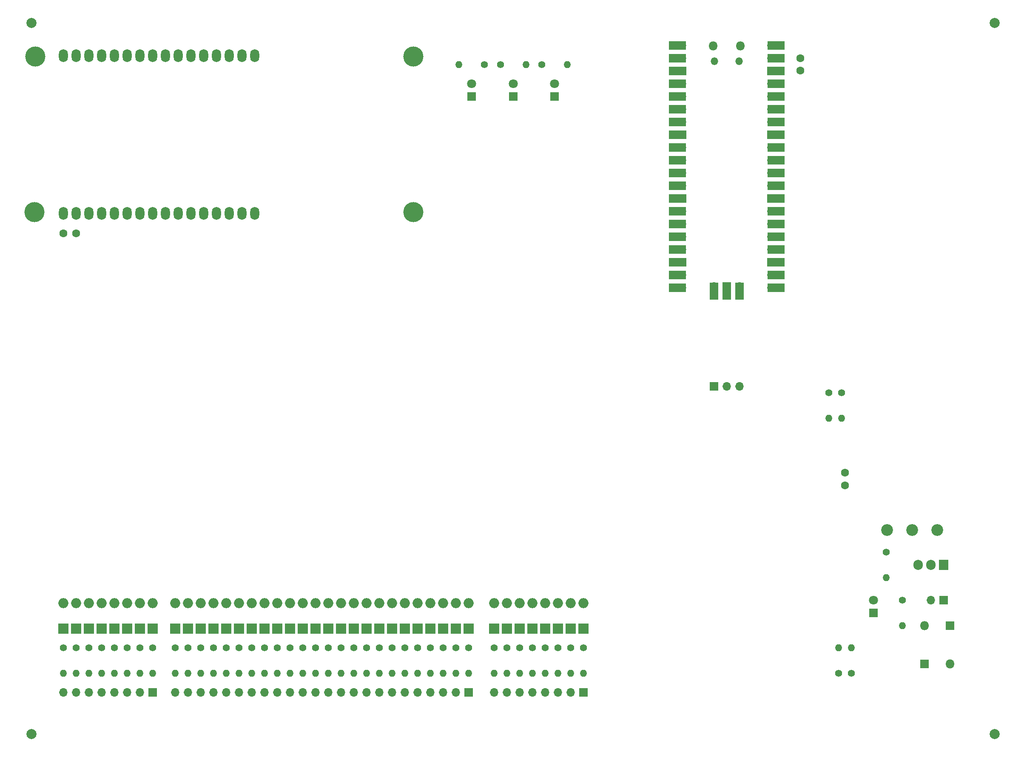
<source format=gbr>
%TF.GenerationSoftware,KiCad,Pcbnew,(5.1.10)-1*%
%TF.CreationDate,2021-08-27T16:10:25+02:00*%
%TF.ProjectId,LCD Bus Reader,4c434420-4275-4732-9052-65616465722e,rev?*%
%TF.SameCoordinates,Original*%
%TF.FileFunction,Soldermask,Top*%
%TF.FilePolarity,Negative*%
%FSLAX46Y46*%
G04 Gerber Fmt 4.6, Leading zero omitted, Abs format (unit mm)*
G04 Created by KiCad (PCBNEW (5.1.10)-1) date 2021-08-27 16:10:25*
%MOMM*%
%LPD*%
G01*
G04 APERTURE LIST*
%ADD10O,1.400000X1.400000*%
%ADD11C,1.400000*%
%ADD12O,1.800000X2.600000*%
%ADD13C,4.000000*%
%ADD14C,2.000000*%
%ADD15O,2.000000X2.000000*%
%ADD16R,2.000000X2.000000*%
%ADD17C,1.800000*%
%ADD18R,1.800000X1.800000*%
%ADD19C,1.600000*%
%ADD20O,1.700000X1.700000*%
%ADD21R,1.700000X1.700000*%
%ADD22R,1.700000X3.500000*%
%ADD23O,1.500000X1.500000*%
%ADD24O,1.800000X1.800000*%
%ADD25R,3.500000X1.700000*%
%ADD26O,1.905000X2.000000*%
%ADD27R,1.905000X2.000000*%
%ADD28C,2.340000*%
G04 APERTURE END LIST*
D10*
%TO.C,R49*%
X211455000Y-97155000D03*
D11*
X211455000Y-92075000D03*
%TD*%
D10*
%TO.C,R48*%
X213360000Y-142875000D03*
D11*
X213360000Y-147955000D03*
%TD*%
D10*
%TO.C,R47*%
X210820000Y-142875000D03*
D11*
X210820000Y-147955000D03*
%TD*%
D10*
%TO.C,R46*%
X208915000Y-97155000D03*
D11*
X208915000Y-92075000D03*
%TD*%
D12*
%TO.C,U2*%
X66674000Y-56285000D03*
X89534000Y-56285000D03*
X86999080Y-56287540D03*
X92074000Y-56285000D03*
X59054000Y-56285000D03*
X74294000Y-56285000D03*
X61594000Y-56285000D03*
X94619080Y-56287540D03*
X76834000Y-56285000D03*
X69214000Y-56285000D03*
X56514000Y-56285000D03*
X64134000Y-56285000D03*
X84454000Y-56285000D03*
X81914000Y-56285000D03*
X71754000Y-56285000D03*
X79374000Y-56285000D03*
D13*
X50934000Y-25082000D03*
X50754000Y-56082000D03*
X126174000Y-56082000D03*
X126174000Y-25082000D03*
D12*
X94619080Y-24934540D03*
X92074000Y-24932000D03*
X89534000Y-24932000D03*
X86999080Y-24934540D03*
X84454000Y-24932000D03*
X81914000Y-24932000D03*
X79374000Y-24932000D03*
X76834000Y-24932000D03*
X74294000Y-24932000D03*
X71754000Y-24932000D03*
X69214000Y-24932000D03*
X66674000Y-24932000D03*
X64134000Y-24932000D03*
X61594000Y-24932000D03*
X59054000Y-24932000D03*
X56514000Y-24932000D03*
%TD*%
D14*
%TO.C,REF\u002A\u002A*%
X241935000Y-160020000D03*
%TD*%
%TO.C,REF\u002A\u002A*%
X50165000Y-160020000D03*
%TD*%
%TO.C,REF\u002A\u002A*%
X50165000Y-18415000D03*
%TD*%
%TO.C,REF\u002A\u002A*%
X241935000Y-18415000D03*
%TD*%
D15*
%TO.C,D46*%
X142240000Y-133985000D03*
D16*
X142240000Y-139065000D03*
%TD*%
D15*
%TO.C,D45*%
X144780000Y-133985000D03*
D16*
X144780000Y-139065000D03*
%TD*%
D15*
%TO.C,D44*%
X147320000Y-133985000D03*
D16*
X147320000Y-139065000D03*
%TD*%
D15*
%TO.C,D43*%
X149860000Y-133985000D03*
D16*
X149860000Y-139065000D03*
%TD*%
D15*
%TO.C,D42*%
X152400000Y-133985000D03*
D16*
X152400000Y-139065000D03*
%TD*%
D15*
%TO.C,D41*%
X154940000Y-133985000D03*
D16*
X154940000Y-139065000D03*
%TD*%
D15*
%TO.C,D40*%
X157480000Y-133985000D03*
D16*
X157480000Y-139065000D03*
%TD*%
D15*
%TO.C,D39*%
X160020000Y-133985000D03*
D16*
X160020000Y-139065000D03*
%TD*%
D15*
%TO.C,D38*%
X56515000Y-133985000D03*
D16*
X56515000Y-139065000D03*
%TD*%
D15*
%TO.C,D37*%
X59055000Y-133985000D03*
D16*
X59055000Y-139065000D03*
%TD*%
D15*
%TO.C,D36*%
X61595000Y-133985000D03*
D16*
X61595000Y-139065000D03*
%TD*%
D15*
%TO.C,D35*%
X64135000Y-133985000D03*
D16*
X64135000Y-139065000D03*
%TD*%
D15*
%TO.C,D34*%
X66675000Y-133985000D03*
D16*
X66675000Y-139065000D03*
%TD*%
D15*
%TO.C,D33*%
X69215000Y-133985000D03*
D16*
X69215000Y-139065000D03*
%TD*%
D15*
%TO.C,D32*%
X71755000Y-133985000D03*
D16*
X71755000Y-139065000D03*
%TD*%
D15*
%TO.C,D31*%
X74295000Y-133985000D03*
D16*
X74295000Y-139065000D03*
%TD*%
D15*
%TO.C,D30*%
X78740000Y-133985000D03*
D16*
X78740000Y-139065000D03*
%TD*%
D15*
%TO.C,D29*%
X81280000Y-133985000D03*
D16*
X81280000Y-139065000D03*
%TD*%
D15*
%TO.C,D28*%
X83820000Y-133985000D03*
D16*
X83820000Y-139065000D03*
%TD*%
D15*
%TO.C,D27*%
X86360000Y-133985000D03*
D16*
X86360000Y-139065000D03*
%TD*%
D15*
%TO.C,D26*%
X88900000Y-133985000D03*
D16*
X88900000Y-139065000D03*
%TD*%
D15*
%TO.C,D25*%
X91440000Y-133985000D03*
D16*
X91440000Y-139065000D03*
%TD*%
D15*
%TO.C,D24*%
X93980000Y-133985000D03*
D16*
X93980000Y-139065000D03*
%TD*%
D15*
%TO.C,D23*%
X96520000Y-133985000D03*
D16*
X96520000Y-139065000D03*
%TD*%
D15*
%TO.C,D22*%
X99060000Y-133985000D03*
D16*
X99060000Y-139065000D03*
%TD*%
D15*
%TO.C,D21*%
X101600000Y-133985000D03*
D16*
X101600000Y-139065000D03*
%TD*%
D15*
%TO.C,D20*%
X104140000Y-133985000D03*
D16*
X104140000Y-139065000D03*
%TD*%
D15*
%TO.C,D19*%
X106680000Y-133985000D03*
D16*
X106680000Y-139065000D03*
%TD*%
D15*
%TO.C,D18*%
X109220000Y-133985000D03*
D16*
X109220000Y-139065000D03*
%TD*%
D15*
%TO.C,D17*%
X111760000Y-133985000D03*
D16*
X111760000Y-139065000D03*
%TD*%
D15*
%TO.C,D16*%
X114300000Y-133985000D03*
D16*
X114300000Y-139065000D03*
%TD*%
D15*
%TO.C,D15*%
X116840000Y-133985000D03*
D16*
X116840000Y-139065000D03*
%TD*%
D15*
%TO.C,D14*%
X119380000Y-133985000D03*
D16*
X119380000Y-139065000D03*
%TD*%
D15*
%TO.C,D13*%
X121920000Y-133985000D03*
D16*
X121920000Y-139065000D03*
%TD*%
D15*
%TO.C,D12*%
X124460000Y-133985000D03*
D16*
X124460000Y-139065000D03*
%TD*%
D15*
%TO.C,D11*%
X127000000Y-133985000D03*
D16*
X127000000Y-139065000D03*
%TD*%
D15*
%TO.C,D10*%
X129540000Y-133985000D03*
D16*
X129540000Y-139065000D03*
%TD*%
D15*
%TO.C,D9*%
X132080000Y-133985000D03*
D16*
X132080000Y-139065000D03*
%TD*%
D15*
%TO.C,D8*%
X134620000Y-133985000D03*
D16*
X134620000Y-139065000D03*
%TD*%
D15*
%TO.C,D7*%
X137160000Y-133985000D03*
D16*
X137160000Y-139065000D03*
%TD*%
D10*
%TO.C,R45*%
X135255000Y-26670000D03*
D11*
X140335000Y-26670000D03*
%TD*%
D10*
%TO.C,R44*%
X148590000Y-26670000D03*
D11*
X143510000Y-26670000D03*
%TD*%
D10*
%TO.C,R43*%
X156845000Y-26670000D03*
D11*
X151765000Y-26670000D03*
%TD*%
D17*
%TO.C,D6*%
X137795000Y-30480000D03*
D18*
X137795000Y-33020000D03*
%TD*%
D17*
%TO.C,D5*%
X146050000Y-30480000D03*
D18*
X146050000Y-33020000D03*
%TD*%
D17*
%TO.C,D4*%
X154305000Y-30480000D03*
D18*
X154305000Y-33020000D03*
%TD*%
D19*
%TO.C,C1*%
X56555000Y-60325000D03*
X59055000Y-60325000D03*
%TD*%
D10*
%TO.C,R42*%
X142240000Y-147955000D03*
D11*
X142240000Y-142875000D03*
%TD*%
D10*
%TO.C,R41*%
X144780000Y-147955000D03*
D11*
X144780000Y-142875000D03*
%TD*%
D10*
%TO.C,R40*%
X147320000Y-147955000D03*
D11*
X147320000Y-142875000D03*
%TD*%
D10*
%TO.C,R39*%
X149860000Y-147955000D03*
D11*
X149860000Y-142875000D03*
%TD*%
D10*
%TO.C,R38*%
X152400000Y-147955000D03*
D11*
X152400000Y-142875000D03*
%TD*%
D10*
%TO.C,R37*%
X154940000Y-147955000D03*
D11*
X154940000Y-142875000D03*
%TD*%
D10*
%TO.C,R36*%
X157480000Y-147955000D03*
D11*
X157480000Y-142875000D03*
%TD*%
D10*
%TO.C,R35*%
X160020000Y-147955000D03*
D11*
X160020000Y-142875000D03*
%TD*%
D20*
%TO.C,J5*%
X142240000Y-151765000D03*
X144780000Y-151765000D03*
X147320000Y-151765000D03*
X149860000Y-151765000D03*
X152400000Y-151765000D03*
X154940000Y-151765000D03*
X157480000Y-151765000D03*
D21*
X160020000Y-151765000D03*
%TD*%
D20*
%TO.C,J4*%
X56515000Y-151765000D03*
X59055000Y-151765000D03*
X61595000Y-151765000D03*
X64135000Y-151765000D03*
X66675000Y-151765000D03*
X69215000Y-151765000D03*
X71755000Y-151765000D03*
D21*
X74295000Y-151765000D03*
%TD*%
D20*
%TO.C,J3*%
X191135000Y-90805000D03*
X188595000Y-90805000D03*
D21*
X186055000Y-90805000D03*
%TD*%
D20*
%TO.C,J2*%
X78740000Y-151765000D03*
X81280000Y-151765000D03*
X83820000Y-151765000D03*
X86360000Y-151765000D03*
X88900000Y-151765000D03*
X91440000Y-151765000D03*
X93980000Y-151765000D03*
X96520000Y-151765000D03*
X99060000Y-151765000D03*
X101600000Y-151765000D03*
X104140000Y-151765000D03*
X106680000Y-151765000D03*
X109220000Y-151765000D03*
X111760000Y-151765000D03*
X114300000Y-151765000D03*
X116840000Y-151765000D03*
X119380000Y-151765000D03*
X121920000Y-151765000D03*
X124460000Y-151765000D03*
X127000000Y-151765000D03*
X129540000Y-151765000D03*
X132080000Y-151765000D03*
X134620000Y-151765000D03*
D21*
X137160000Y-151765000D03*
%TD*%
D20*
%TO.C,U1*%
X191135000Y-70890000D03*
D22*
X191135000Y-71790000D03*
D21*
X188595000Y-70890000D03*
D22*
X188595000Y-71790000D03*
D20*
X186055000Y-70890000D03*
D22*
X186055000Y-71790000D03*
D23*
X191020000Y-26020000D03*
X186170000Y-26020000D03*
D24*
X191320000Y-22990000D03*
X185870000Y-22990000D03*
D25*
X198385000Y-71120000D03*
X198385000Y-68580000D03*
X198385000Y-66040000D03*
X198385000Y-63500000D03*
X198385000Y-60960000D03*
X198385000Y-58420000D03*
X198385000Y-55880000D03*
X198385000Y-53340000D03*
X198385000Y-50800000D03*
X198385000Y-48260000D03*
X198385000Y-45720000D03*
X198385000Y-43180000D03*
X198385000Y-40640000D03*
X198385000Y-38100000D03*
X198385000Y-35560000D03*
X198385000Y-33020000D03*
X198385000Y-30480000D03*
X198385000Y-27940000D03*
X198385000Y-25400000D03*
X198385000Y-22860000D03*
X178805000Y-71120000D03*
X178805000Y-68580000D03*
X178805000Y-66040000D03*
X178805000Y-63500000D03*
X178805000Y-60960000D03*
X178805000Y-58420000D03*
X178805000Y-55880000D03*
X178805000Y-53340000D03*
X178805000Y-50800000D03*
X178805000Y-48260000D03*
X178805000Y-45720000D03*
X178805000Y-43180000D03*
X178805000Y-40640000D03*
X178805000Y-38100000D03*
X178805000Y-35560000D03*
X178805000Y-33020000D03*
X178805000Y-30480000D03*
X178805000Y-27940000D03*
X178805000Y-25400000D03*
X178805000Y-22860000D03*
D20*
X197485000Y-22860000D03*
X197485000Y-25400000D03*
D21*
X197485000Y-27940000D03*
D20*
X197485000Y-30480000D03*
X197485000Y-33020000D03*
X197485000Y-35560000D03*
X197485000Y-38100000D03*
D21*
X197485000Y-40640000D03*
D20*
X197485000Y-43180000D03*
X197485000Y-45720000D03*
X197485000Y-48260000D03*
X197485000Y-50800000D03*
D21*
X197485000Y-53340000D03*
D20*
X197485000Y-55880000D03*
X197485000Y-58420000D03*
X197485000Y-60960000D03*
X197485000Y-63500000D03*
D21*
X197485000Y-66040000D03*
D20*
X197485000Y-68580000D03*
X197485000Y-71120000D03*
X179705000Y-71120000D03*
X179705000Y-68580000D03*
D21*
X179705000Y-66040000D03*
D20*
X179705000Y-63500000D03*
X179705000Y-60960000D03*
X179705000Y-58420000D03*
X179705000Y-55880000D03*
D21*
X179705000Y-53340000D03*
D20*
X179705000Y-50800000D03*
X179705000Y-48260000D03*
X179705000Y-45720000D03*
X179705000Y-43180000D03*
D21*
X179705000Y-40640000D03*
D20*
X179705000Y-38100000D03*
X179705000Y-35560000D03*
X179705000Y-33020000D03*
X179705000Y-30480000D03*
D21*
X179705000Y-27940000D03*
D20*
X179705000Y-25400000D03*
X179705000Y-22860000D03*
%TD*%
D26*
%TO.C,U3*%
X226695000Y-126365000D03*
X229235000Y-126365000D03*
D27*
X231775000Y-126365000D03*
%TD*%
D10*
%TO.C,R34*%
X56515000Y-147955000D03*
D11*
X56515000Y-142875000D03*
%TD*%
D10*
%TO.C,R33*%
X59055000Y-147955000D03*
D11*
X59055000Y-142875000D03*
%TD*%
D10*
%TO.C,R32*%
X61595000Y-147955000D03*
D11*
X61595000Y-142875000D03*
%TD*%
D10*
%TO.C,R31*%
X64135000Y-147955000D03*
D11*
X64135000Y-142875000D03*
%TD*%
D10*
%TO.C,R30*%
X66675000Y-147955000D03*
D11*
X66675000Y-142875000D03*
%TD*%
D10*
%TO.C,R29*%
X69215000Y-147955000D03*
D11*
X69215000Y-142875000D03*
%TD*%
D10*
%TO.C,R28*%
X71755000Y-147955000D03*
D11*
X71755000Y-142875000D03*
%TD*%
D10*
%TO.C,R27*%
X74295000Y-147955000D03*
D11*
X74295000Y-142875000D03*
%TD*%
D10*
%TO.C,R26*%
X78740000Y-147955000D03*
D11*
X78740000Y-142875000D03*
%TD*%
D10*
%TO.C,R25*%
X81280000Y-147955000D03*
D11*
X81280000Y-142875000D03*
%TD*%
D10*
%TO.C,R24*%
X83820000Y-147955000D03*
D11*
X83820000Y-142875000D03*
%TD*%
D10*
%TO.C,R23*%
X86360000Y-147955000D03*
D11*
X86360000Y-142875000D03*
%TD*%
D10*
%TO.C,R22*%
X88900000Y-147955000D03*
D11*
X88900000Y-142875000D03*
%TD*%
D10*
%TO.C,R21*%
X91440000Y-147955000D03*
D11*
X91440000Y-142875000D03*
%TD*%
D10*
%TO.C,R20*%
X93980000Y-147955000D03*
D11*
X93980000Y-142875000D03*
%TD*%
D10*
%TO.C,R19*%
X96520000Y-147955000D03*
D11*
X96520000Y-142875000D03*
%TD*%
D10*
%TO.C,R18*%
X99060000Y-147955000D03*
D11*
X99060000Y-142875000D03*
%TD*%
D10*
%TO.C,R17*%
X101600000Y-147955000D03*
D11*
X101600000Y-142875000D03*
%TD*%
D10*
%TO.C,R16*%
X104140000Y-147955000D03*
D11*
X104140000Y-142875000D03*
%TD*%
D10*
%TO.C,R15*%
X106680000Y-147955000D03*
D11*
X106680000Y-142875000D03*
%TD*%
D10*
%TO.C,R14*%
X109220000Y-147955000D03*
D11*
X109220000Y-142875000D03*
%TD*%
D10*
%TO.C,R13*%
X111760000Y-147955000D03*
D11*
X111760000Y-142875000D03*
%TD*%
D10*
%TO.C,R12*%
X114300000Y-147955000D03*
D11*
X114300000Y-142875000D03*
%TD*%
D10*
%TO.C,R11*%
X116840000Y-147955000D03*
D11*
X116840000Y-142875000D03*
%TD*%
D10*
%TO.C,R10*%
X119380000Y-147955000D03*
D11*
X119380000Y-142875000D03*
%TD*%
D10*
%TO.C,R9*%
X121920000Y-147955000D03*
D11*
X121920000Y-142875000D03*
%TD*%
D10*
%TO.C,R8*%
X124460000Y-147955000D03*
D11*
X124460000Y-142875000D03*
%TD*%
D10*
%TO.C,R7*%
X127000000Y-147955000D03*
D11*
X127000000Y-142875000D03*
%TD*%
D10*
%TO.C,R6*%
X129540000Y-147955000D03*
D11*
X129540000Y-142875000D03*
%TD*%
D10*
%TO.C,R5*%
X132080000Y-147955000D03*
D11*
X132080000Y-142875000D03*
%TD*%
D10*
%TO.C,R4*%
X134620000Y-147955000D03*
D11*
X134620000Y-142875000D03*
%TD*%
D10*
%TO.C,R3*%
X137160000Y-147955000D03*
D11*
X137160000Y-142875000D03*
%TD*%
D10*
%TO.C,R2*%
X220345000Y-128905000D03*
D11*
X220345000Y-123825000D03*
%TD*%
D17*
%TO.C,D3*%
X217805000Y-133350000D03*
D18*
X217805000Y-135890000D03*
%TD*%
D19*
%TO.C,C3*%
X212090000Y-107990000D03*
X212090000Y-110490000D03*
%TD*%
%TO.C,C2*%
X203200000Y-27900000D03*
X203200000Y-25400000D03*
%TD*%
D18*
%TO.C,D2*%
X233045000Y-138430000D03*
D24*
X233045000Y-146050000D03*
%TD*%
D11*
%TO.C,R1*%
X223520000Y-133350000D03*
D10*
X223520000Y-138430000D03*
%TD*%
D28*
%TO.C,RV1*%
X220505000Y-119380000D03*
X225505000Y-119380000D03*
X230505000Y-119380000D03*
%TD*%
D24*
%TO.C,D1*%
X227965000Y-138430000D03*
D18*
X227965000Y-146050000D03*
%TD*%
D21*
%TO.C,J1*%
X231775000Y-133350000D03*
D20*
X229235000Y-133350000D03*
%TD*%
M02*

</source>
